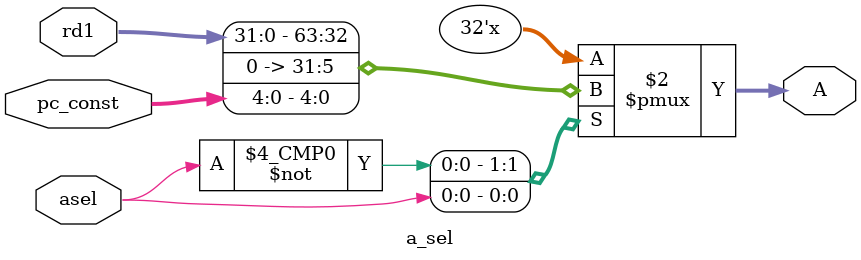
<source format=v>
`timescale 1ns / 1ps


module a_sel(A,rd1,pc_const,asel);
output reg [31:0] A;  // ALU ke pehle reg ka pehla operand A
input [4:0] pc_const; // pc value from offset adder
input [31:0] rd1; // from reg file
input asel;
always @ (rd1,pc_const,asel)
case(asel)
1'b0: A <= rd1;
1'b1: A <= {27'b0,pc_const};
endcase
endmodule

</source>
